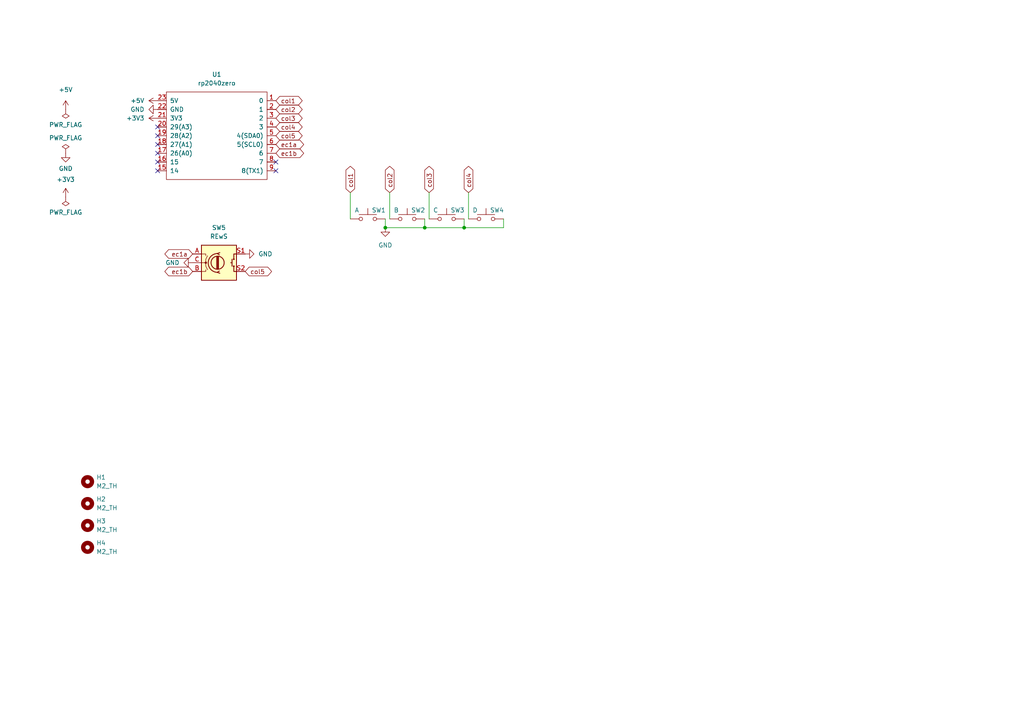
<source format=kicad_sch>
(kicad_sch (version 20230121) (generator eeschema)

  (uuid 3f47b4ba-1d86-4351-9afa-6c7686bc5104)

  (paper "A4")

  (title_block
    (title "Numatray")
    (date "2024-11-14")
    (rev "1.0.0")
  )

  (lib_symbols
    (symbol "Device:RotaryEncoder_Switch" (pin_names (offset 0.254) hide) (in_bom yes) (on_board yes)
      (property "Reference" "SW" (at 0 6.604 0)
        (effects (font (size 1.27 1.27)))
      )
      (property "Value" "RotaryEncoder_Switch" (at 0 -6.604 0)
        (effects (font (size 1.27 1.27)))
      )
      (property "Footprint" "" (at -3.81 4.064 0)
        (effects (font (size 1.27 1.27)) hide)
      )
      (property "Datasheet" "~" (at 0 6.604 0)
        (effects (font (size 1.27 1.27)) hide)
      )
      (property "ki_keywords" "rotary switch encoder switch push button" (at 0 0 0)
        (effects (font (size 1.27 1.27)) hide)
      )
      (property "ki_description" "Rotary encoder, dual channel, incremental quadrate outputs, with switch" (at 0 0 0)
        (effects (font (size 1.27 1.27)) hide)
      )
      (property "ki_fp_filters" "RotaryEncoder*Switch*" (at 0 0 0)
        (effects (font (size 1.27 1.27)) hide)
      )
      (symbol "RotaryEncoder_Switch_0_1"
        (rectangle (start -5.08 5.08) (end 5.08 -5.08)
          (stroke (width 0.254) (type default))
          (fill (type background))
        )
        (circle (center -3.81 0) (radius 0.254)
          (stroke (width 0) (type default))
          (fill (type outline))
        )
        (circle (center -0.381 0) (radius 1.905)
          (stroke (width 0.254) (type default))
          (fill (type none))
        )
        (arc (start -0.381 2.667) (mid -3.0988 -0.0635) (end -0.381 -2.794)
          (stroke (width 0.254) (type default))
          (fill (type none))
        )
        (polyline
          (pts
            (xy -0.635 -1.778)
            (xy -0.635 1.778)
          )
          (stroke (width 0.254) (type default))
          (fill (type none))
        )
        (polyline
          (pts
            (xy -0.381 -1.778)
            (xy -0.381 1.778)
          )
          (stroke (width 0.254) (type default))
          (fill (type none))
        )
        (polyline
          (pts
            (xy -0.127 1.778)
            (xy -0.127 -1.778)
          )
          (stroke (width 0.254) (type default))
          (fill (type none))
        )
        (polyline
          (pts
            (xy 3.81 0)
            (xy 3.429 0)
          )
          (stroke (width 0.254) (type default))
          (fill (type none))
        )
        (polyline
          (pts
            (xy 3.81 1.016)
            (xy 3.81 -1.016)
          )
          (stroke (width 0.254) (type default))
          (fill (type none))
        )
        (polyline
          (pts
            (xy -5.08 -2.54)
            (xy -3.81 -2.54)
            (xy -3.81 -2.032)
          )
          (stroke (width 0) (type default))
          (fill (type none))
        )
        (polyline
          (pts
            (xy -5.08 2.54)
            (xy -3.81 2.54)
            (xy -3.81 2.032)
          )
          (stroke (width 0) (type default))
          (fill (type none))
        )
        (polyline
          (pts
            (xy 0.254 -3.048)
            (xy -0.508 -2.794)
            (xy 0.127 -2.413)
          )
          (stroke (width 0.254) (type default))
          (fill (type none))
        )
        (polyline
          (pts
            (xy 0.254 2.921)
            (xy -0.508 2.667)
            (xy 0.127 2.286)
          )
          (stroke (width 0.254) (type default))
          (fill (type none))
        )
        (polyline
          (pts
            (xy 5.08 -2.54)
            (xy 4.318 -2.54)
            (xy 4.318 -1.016)
          )
          (stroke (width 0.254) (type default))
          (fill (type none))
        )
        (polyline
          (pts
            (xy 5.08 2.54)
            (xy 4.318 2.54)
            (xy 4.318 1.016)
          )
          (stroke (width 0.254) (type default))
          (fill (type none))
        )
        (polyline
          (pts
            (xy -5.08 0)
            (xy -3.81 0)
            (xy -3.81 -1.016)
            (xy -3.302 -2.032)
          )
          (stroke (width 0) (type default))
          (fill (type none))
        )
        (polyline
          (pts
            (xy -4.318 0)
            (xy -3.81 0)
            (xy -3.81 1.016)
            (xy -3.302 2.032)
          )
          (stroke (width 0) (type default))
          (fill (type none))
        )
        (circle (center 4.318 -1.016) (radius 0.127)
          (stroke (width 0.254) (type default))
          (fill (type none))
        )
        (circle (center 4.318 1.016) (radius 0.127)
          (stroke (width 0.254) (type default))
          (fill (type none))
        )
      )
      (symbol "RotaryEncoder_Switch_1_1"
        (pin passive line (at -7.62 2.54 0) (length 2.54)
          (name "A" (effects (font (size 1.27 1.27))))
          (number "A" (effects (font (size 1.27 1.27))))
        )
        (pin passive line (at -7.62 -2.54 0) (length 2.54)
          (name "B" (effects (font (size 1.27 1.27))))
          (number "B" (effects (font (size 1.27 1.27))))
        )
        (pin passive line (at -7.62 0 0) (length 2.54)
          (name "C" (effects (font (size 1.27 1.27))))
          (number "C" (effects (font (size 1.27 1.27))))
        )
        (pin passive line (at 7.62 2.54 180) (length 2.54)
          (name "S1" (effects (font (size 1.27 1.27))))
          (number "S1" (effects (font (size 1.27 1.27))))
        )
        (pin passive line (at 7.62 -2.54 180) (length 2.54)
          (name "S2" (effects (font (size 1.27 1.27))))
          (number "S2" (effects (font (size 1.27 1.27))))
        )
      )
    )
    (symbol "Marksard_Audio:rp2040zero_compact" (pin_names (offset 1.016)) (in_bom yes) (on_board yes)
      (property "Reference" "U?" (at 7.0994 -16.51 0)
        (effects (font (size 1.27 1.27)) (justify left))
      )
      (property "Value" "rp2040zero_compact" (at 7.0994 -19.05 0)
        (effects (font (size 1.27 1.27)) (justify left))
      )
      (property "Footprint" "" (at -8.89 5.08 0)
        (effects (font (size 1.27 1.27)) hide)
      )
      (property "Datasheet" "" (at -8.89 5.08 0)
        (effects (font (size 1.27 1.27)) hide)
      )
      (symbol "rp2040zero_compact_0_1"
        (rectangle (start -15.24 11.43) (end 13.97 -13.97)
          (stroke (width 0) (type default))
          (fill (type none))
        )
      )
      (symbol "rp2040zero_compact_1_1"
        (pin bidirectional line (at 16.51 8.89 180) (length 2.54)
          (name "0" (effects (font (size 1.27 1.27))))
          (number "1" (effects (font (size 1.27 1.27))))
        )
        (pin bidirectional line (at -17.78 -11.43 0) (length 2.54)
          (name "14" (effects (font (size 1.27 1.27))))
          (number "15" (effects (font (size 1.27 1.27))))
        )
        (pin bidirectional line (at -17.78 -8.89 0) (length 2.54)
          (name "15" (effects (font (size 1.27 1.27))))
          (number "16" (effects (font (size 1.27 1.27))))
        )
        (pin bidirectional line (at -17.78 -6.35 0) (length 2.54)
          (name "26(A0)" (effects (font (size 1.27 1.27))))
          (number "17" (effects (font (size 1.27 1.27))))
        )
        (pin bidirectional line (at -17.78 -3.81 0) (length 2.54)
          (name "27(A1)" (effects (font (size 1.27 1.27))))
          (number "18" (effects (font (size 1.27 1.27))))
        )
        (pin bidirectional line (at -17.78 -1.27 0) (length 2.54)
          (name "28(A2)" (effects (font (size 1.27 1.27))))
          (number "19" (effects (font (size 1.27 1.27))))
        )
        (pin bidirectional line (at 16.51 6.35 180) (length 2.54)
          (name "1" (effects (font (size 1.27 1.27))))
          (number "2" (effects (font (size 1.27 1.27))))
        )
        (pin bidirectional line (at -17.78 1.27 0) (length 2.54)
          (name "29(A3)" (effects (font (size 1.27 1.27))))
          (number "20" (effects (font (size 1.27 1.27))))
        )
        (pin power_in line (at -17.78 3.81 0) (length 2.54)
          (name "3V3" (effects (font (size 1.27 1.27))))
          (number "21" (effects (font (size 1.27 1.27))))
        )
        (pin power_in line (at -17.78 6.35 0) (length 2.54)
          (name "GND" (effects (font (size 1.27 1.27))))
          (number "22" (effects (font (size 1.27 1.27))))
        )
        (pin power_in line (at -17.78 8.89 0) (length 2.54)
          (name "5V" (effects (font (size 1.27 1.27))))
          (number "23" (effects (font (size 1.27 1.27))))
        )
        (pin bidirectional line (at 16.51 3.81 180) (length 2.54)
          (name "2" (effects (font (size 1.27 1.27))))
          (number "3" (effects (font (size 1.27 1.27))))
        )
        (pin bidirectional line (at 16.51 1.27 180) (length 2.54)
          (name "3" (effects (font (size 1.27 1.27))))
          (number "4" (effects (font (size 1.27 1.27))))
        )
        (pin bidirectional line (at 16.51 -1.27 180) (length 2.54)
          (name "4(SDA0)" (effects (font (size 1.27 1.27))))
          (number "5" (effects (font (size 1.27 1.27))))
        )
        (pin bidirectional line (at 16.51 -3.81 180) (length 2.54)
          (name "5(SCL0)" (effects (font (size 1.27 1.27))))
          (number "6" (effects (font (size 1.27 1.27))))
        )
        (pin bidirectional line (at 16.51 -6.35 180) (length 2.54)
          (name "6" (effects (font (size 1.27 1.27))))
          (number "7" (effects (font (size 1.27 1.27))))
        )
        (pin bidirectional line (at 16.51 -8.89 180) (length 2.54)
          (name "7" (effects (font (size 1.27 1.27))))
          (number "8" (effects (font (size 1.27 1.27))))
        )
        (pin bidirectional line (at 16.51 -11.43 180) (length 2.54)
          (name "8(TX1)" (effects (font (size 1.27 1.27))))
          (number "9" (effects (font (size 1.27 1.27))))
        )
      )
    )
    (symbol "Mechanical:MountingHole" (pin_names (offset 1.016)) (in_bom yes) (on_board yes)
      (property "Reference" "H" (at 0 5.08 0)
        (effects (font (size 1.27 1.27)))
      )
      (property "Value" "MountingHole" (at 0 3.175 0)
        (effects (font (size 1.27 1.27)))
      )
      (property "Footprint" "" (at 0 0 0)
        (effects (font (size 1.27 1.27)) hide)
      )
      (property "Datasheet" "~" (at 0 0 0)
        (effects (font (size 1.27 1.27)) hide)
      )
      (property "ki_keywords" "mounting hole" (at 0 0 0)
        (effects (font (size 1.27 1.27)) hide)
      )
      (property "ki_description" "Mounting Hole without connection" (at 0 0 0)
        (effects (font (size 1.27 1.27)) hide)
      )
      (property "ki_fp_filters" "MountingHole*" (at 0 0 0)
        (effects (font (size 1.27 1.27)) hide)
      )
      (symbol "MountingHole_0_1"
        (circle (center 0 0) (radius 1.27)
          (stroke (width 1.27) (type default))
          (fill (type none))
        )
      )
    )
    (symbol "Switch:SW_Push" (pin_numbers hide) (pin_names (offset 1.016) hide) (in_bom yes) (on_board yes)
      (property "Reference" "SW" (at 1.27 2.54 0)
        (effects (font (size 1.27 1.27)) (justify left))
      )
      (property "Value" "SW_Push" (at 0 -1.524 0)
        (effects (font (size 1.27 1.27)))
      )
      (property "Footprint" "" (at 0 5.08 0)
        (effects (font (size 1.27 1.27)) hide)
      )
      (property "Datasheet" "~" (at 0 5.08 0)
        (effects (font (size 1.27 1.27)) hide)
      )
      (property "ki_keywords" "switch normally-open pushbutton push-button" (at 0 0 0)
        (effects (font (size 1.27 1.27)) hide)
      )
      (property "ki_description" "Push button switch, generic, two pins" (at 0 0 0)
        (effects (font (size 1.27 1.27)) hide)
      )
      (symbol "SW_Push_0_1"
        (circle (center -2.032 0) (radius 0.508)
          (stroke (width 0) (type default))
          (fill (type none))
        )
        (polyline
          (pts
            (xy 0 1.27)
            (xy 0 3.048)
          )
          (stroke (width 0) (type default))
          (fill (type none))
        )
        (polyline
          (pts
            (xy 2.54 1.27)
            (xy -2.54 1.27)
          )
          (stroke (width 0) (type default))
          (fill (type none))
        )
        (circle (center 2.032 0) (radius 0.508)
          (stroke (width 0) (type default))
          (fill (type none))
        )
        (pin passive line (at -5.08 0 0) (length 2.54)
          (name "1" (effects (font (size 1.27 1.27))))
          (number "1" (effects (font (size 1.27 1.27))))
        )
        (pin passive line (at 5.08 0 180) (length 2.54)
          (name "2" (effects (font (size 1.27 1.27))))
          (number "2" (effects (font (size 1.27 1.27))))
        )
      )
    )
    (symbol "power:+3V3" (power) (pin_names (offset 0)) (in_bom yes) (on_board yes)
      (property "Reference" "#PWR" (at 0 -3.81 0)
        (effects (font (size 1.27 1.27)) hide)
      )
      (property "Value" "+3V3" (at 0 3.556 0)
        (effects (font (size 1.27 1.27)))
      )
      (property "Footprint" "" (at 0 0 0)
        (effects (font (size 1.27 1.27)) hide)
      )
      (property "Datasheet" "" (at 0 0 0)
        (effects (font (size 1.27 1.27)) hide)
      )
      (property "ki_keywords" "global power" (at 0 0 0)
        (effects (font (size 1.27 1.27)) hide)
      )
      (property "ki_description" "Power symbol creates a global label with name \"+3V3\"" (at 0 0 0)
        (effects (font (size 1.27 1.27)) hide)
      )
      (symbol "+3V3_0_1"
        (polyline
          (pts
            (xy -0.762 1.27)
            (xy 0 2.54)
          )
          (stroke (width 0) (type default))
          (fill (type none))
        )
        (polyline
          (pts
            (xy 0 0)
            (xy 0 2.54)
          )
          (stroke (width 0) (type default))
          (fill (type none))
        )
        (polyline
          (pts
            (xy 0 2.54)
            (xy 0.762 1.27)
          )
          (stroke (width 0) (type default))
          (fill (type none))
        )
      )
      (symbol "+3V3_1_1"
        (pin power_in line (at 0 0 90) (length 0) hide
          (name "+3V3" (effects (font (size 1.27 1.27))))
          (number "1" (effects (font (size 1.27 1.27))))
        )
      )
    )
    (symbol "power:+5V" (power) (pin_names (offset 0)) (in_bom yes) (on_board yes)
      (property "Reference" "#PWR" (at 0 -3.81 0)
        (effects (font (size 1.27 1.27)) hide)
      )
      (property "Value" "+5V" (at 0 3.556 0)
        (effects (font (size 1.27 1.27)))
      )
      (property "Footprint" "" (at 0 0 0)
        (effects (font (size 1.27 1.27)) hide)
      )
      (property "Datasheet" "" (at 0 0 0)
        (effects (font (size 1.27 1.27)) hide)
      )
      (property "ki_keywords" "global power" (at 0 0 0)
        (effects (font (size 1.27 1.27)) hide)
      )
      (property "ki_description" "Power symbol creates a global label with name \"+5V\"" (at 0 0 0)
        (effects (font (size 1.27 1.27)) hide)
      )
      (symbol "+5V_0_1"
        (polyline
          (pts
            (xy -0.762 1.27)
            (xy 0 2.54)
          )
          (stroke (width 0) (type default))
          (fill (type none))
        )
        (polyline
          (pts
            (xy 0 0)
            (xy 0 2.54)
          )
          (stroke (width 0) (type default))
          (fill (type none))
        )
        (polyline
          (pts
            (xy 0 2.54)
            (xy 0.762 1.27)
          )
          (stroke (width 0) (type default))
          (fill (type none))
        )
      )
      (symbol "+5V_1_1"
        (pin power_in line (at 0 0 90) (length 0) hide
          (name "+5V" (effects (font (size 1.27 1.27))))
          (number "1" (effects (font (size 1.27 1.27))))
        )
      )
    )
    (symbol "power:GND" (power) (pin_names (offset 0)) (in_bom yes) (on_board yes)
      (property "Reference" "#PWR" (at 0 -6.35 0)
        (effects (font (size 1.27 1.27)) hide)
      )
      (property "Value" "GND" (at 0 -3.81 0)
        (effects (font (size 1.27 1.27)))
      )
      (property "Footprint" "" (at 0 0 0)
        (effects (font (size 1.27 1.27)) hide)
      )
      (property "Datasheet" "" (at 0 0 0)
        (effects (font (size 1.27 1.27)) hide)
      )
      (property "ki_keywords" "global power" (at 0 0 0)
        (effects (font (size 1.27 1.27)) hide)
      )
      (property "ki_description" "Power symbol creates a global label with name \"GND\" , ground" (at 0 0 0)
        (effects (font (size 1.27 1.27)) hide)
      )
      (symbol "GND_0_1"
        (polyline
          (pts
            (xy 0 0)
            (xy 0 -1.27)
            (xy 1.27 -1.27)
            (xy 0 -2.54)
            (xy -1.27 -1.27)
            (xy 0 -1.27)
          )
          (stroke (width 0) (type default))
          (fill (type none))
        )
      )
      (symbol "GND_1_1"
        (pin power_in line (at 0 0 270) (length 0) hide
          (name "GND" (effects (font (size 1.27 1.27))))
          (number "1" (effects (font (size 1.27 1.27))))
        )
      )
    )
    (symbol "power:PWR_FLAG" (power) (pin_numbers hide) (pin_names (offset 0) hide) (in_bom yes) (on_board yes)
      (property "Reference" "#FLG" (at 0 1.905 0)
        (effects (font (size 1.27 1.27)) hide)
      )
      (property "Value" "PWR_FLAG" (at 0 3.81 0)
        (effects (font (size 1.27 1.27)))
      )
      (property "Footprint" "" (at 0 0 0)
        (effects (font (size 1.27 1.27)) hide)
      )
      (property "Datasheet" "~" (at 0 0 0)
        (effects (font (size 1.27 1.27)) hide)
      )
      (property "ki_keywords" "flag power" (at 0 0 0)
        (effects (font (size 1.27 1.27)) hide)
      )
      (property "ki_description" "Special symbol for telling ERC where power comes from" (at 0 0 0)
        (effects (font (size 1.27 1.27)) hide)
      )
      (symbol "PWR_FLAG_0_0"
        (pin power_out line (at 0 0 90) (length 0)
          (name "pwr" (effects (font (size 1.27 1.27))))
          (number "1" (effects (font (size 1.27 1.27))))
        )
      )
      (symbol "PWR_FLAG_0_1"
        (polyline
          (pts
            (xy 0 0)
            (xy 0 1.27)
            (xy -1.016 1.905)
            (xy 0 2.54)
            (xy 1.016 1.905)
            (xy 0 1.27)
          )
          (stroke (width 0) (type default))
          (fill (type none))
        )
      )
    )
  )

  (junction (at 134.62 66.04) (diameter 0) (color 0 0 0 0)
    (uuid 5bee3ba2-480a-4fe7-9377-05e1ae508de1)
  )
  (junction (at 123.19 66.04) (diameter 0) (color 0 0 0 0)
    (uuid a3b41390-dac5-47fd-93f6-1440178b8e09)
  )
  (junction (at 111.76 66.04) (diameter 0) (color 0 0 0 0)
    (uuid c994b44c-66f0-4c54-9d95-63d6ef2dd36d)
  )

  (no_connect (at 45.72 46.99) (uuid 086f9c91-f0c1-4f12-a4db-156fd9ea39c4))
  (no_connect (at 80.01 49.53) (uuid 1c8cc335-6dc6-40a5-b4ed-ca082b2e8d97))
  (no_connect (at 80.01 46.99) (uuid 30668137-0b90-4741-95e4-fa4a9602195a))
  (no_connect (at 45.72 49.53) (uuid 35468fd8-dbc2-4d59-9298-d2e4a809a603))
  (no_connect (at 45.72 36.83) (uuid 7194bdb4-6496-43e5-a0e7-629780e15427))
  (no_connect (at 45.72 39.37) (uuid 8fd6b2c3-fcff-49d1-8b36-24e5d30d31c8))
  (no_connect (at 45.72 44.45) (uuid 9ae4a90b-b66f-4a7e-b707-1c06ebe1d91c))
  (no_connect (at 45.72 41.91) (uuid cbeac423-736b-456f-872f-534a36186360))

  (wire (pts (xy 135.89 55.88) (xy 135.89 63.5))
    (stroke (width 0) (type default))
    (uuid 0dea7795-de30-4b05-be0a-d38cd0c9d8ee)
  )
  (wire (pts (xy 113.03 55.88) (xy 113.03 63.5))
    (stroke (width 0) (type default))
    (uuid 12c6acf7-812e-4597-a5cb-5a77278164e4)
  )
  (wire (pts (xy 111.76 66.04) (xy 123.19 66.04))
    (stroke (width 0) (type default))
    (uuid 2d1e1aaa-d42d-4d7c-bdbf-734bc90899b2)
  )
  (wire (pts (xy 134.62 63.5) (xy 134.62 66.04))
    (stroke (width 0) (type default))
    (uuid a23ec00e-c2cc-48b5-86aa-af4069edc22c)
  )
  (wire (pts (xy 111.76 63.5) (xy 111.76 66.04))
    (stroke (width 0) (type default))
    (uuid aee9f7d8-4b0f-4040-83cb-9ce5d197105a)
  )
  (wire (pts (xy 123.19 63.5) (xy 123.19 66.04))
    (stroke (width 0) (type default))
    (uuid b084b352-55b2-4d98-be1f-5013c1be5f50)
  )
  (wire (pts (xy 146.05 63.5) (xy 146.05 66.04))
    (stroke (width 0) (type default))
    (uuid ba217fcf-9e8f-4099-a571-a3c0132f9c17)
  )
  (wire (pts (xy 101.6 55.88) (xy 101.6 63.5))
    (stroke (width 0) (type default))
    (uuid cbd78b7e-9bfc-4665-b5d9-96cd8b10e113)
  )
  (wire (pts (xy 124.46 55.88) (xy 124.46 63.5))
    (stroke (width 0) (type default))
    (uuid e7f4d2de-e645-4d82-9797-f556f1391746)
  )
  (wire (pts (xy 123.19 66.04) (xy 134.62 66.04))
    (stroke (width 0) (type default))
    (uuid e8cdd225-d267-4b5b-9fa0-bd7a062c69e3)
  )
  (wire (pts (xy 134.62 66.04) (xy 146.05 66.04))
    (stroke (width 0) (type default))
    (uuid f1679463-e9c0-4681-96b1-dec3cf7d619d)
  )

  (global_label "col2" (shape bidirectional) (at 113.03 55.88 90) (fields_autoplaced)
    (effects (font (size 1.27 1.27)) (justify left))
    (uuid 040efaba-aae0-424a-9c61-6d3c5b7ad0ba)
    (property "Intersheetrefs" "${INTERSHEET_REFS}" (at 113.03 47.6712 90)
      (effects (font (size 1.27 1.27)) (justify left) hide)
    )
  )
  (global_label "col3" (shape bidirectional) (at 80.01 34.29 0) (fields_autoplaced)
    (effects (font (size 1.27 1.27)) (justify left))
    (uuid 0bd5e95e-aeaa-4609-b0f7-94f9ff12ad2a)
    (property "Intersheetrefs" "${INTERSHEET_REFS}" (at 88.2188 34.29 0)
      (effects (font (size 1.27 1.27)) (justify left) hide)
    )
  )
  (global_label "ec1b" (shape bidirectional) (at 80.01 44.45 0) (fields_autoplaced)
    (effects (font (size 1.27 1.27)) (justify left))
    (uuid 1249a705-864f-433b-b55a-f8e971527761)
    (property "Intersheetrefs" "${INTERSHEET_REFS}" (at 88.6422 44.45 0)
      (effects (font (size 1.27 1.27)) (justify left) hide)
    )
  )
  (global_label "col4" (shape bidirectional) (at 135.89 55.88 90) (fields_autoplaced)
    (effects (font (size 1.27 1.27)) (justify left))
    (uuid 12ee4029-1480-44e8-b625-8949aa349398)
    (property "Intersheetrefs" "${INTERSHEET_REFS}" (at 135.89 47.6712 90)
      (effects (font (size 1.27 1.27)) (justify left) hide)
    )
  )
  (global_label "col1" (shape bidirectional) (at 101.6 55.88 90) (fields_autoplaced)
    (effects (font (size 1.27 1.27)) (justify left))
    (uuid 36c416b4-d431-4e4c-802d-7eac274d43a9)
    (property "Intersheetrefs" "${INTERSHEET_REFS}" (at 101.6 47.6712 90)
      (effects (font (size 1.27 1.27)) (justify left) hide)
    )
  )
  (global_label "col3" (shape bidirectional) (at 124.46 55.88 90) (fields_autoplaced)
    (effects (font (size 1.27 1.27)) (justify left))
    (uuid 42f061ec-6712-40cc-9ba3-89d31eb772c5)
    (property "Intersheetrefs" "${INTERSHEET_REFS}" (at 124.46 47.6712 90)
      (effects (font (size 1.27 1.27)) (justify left) hide)
    )
  )
  (global_label "col5" (shape bidirectional) (at 80.01 39.37 0) (fields_autoplaced)
    (effects (font (size 1.27 1.27)) (justify left))
    (uuid 4cb16ebe-eaca-47ea-8c75-a11d6e14b874)
    (property "Intersheetrefs" "${INTERSHEET_REFS}" (at 88.2188 39.37 0)
      (effects (font (size 1.27 1.27)) (justify left) hide)
    )
  )
  (global_label "ec1a" (shape bidirectional) (at 80.01 41.91 0) (fields_autoplaced)
    (effects (font (size 1.27 1.27)) (justify left))
    (uuid 57cc5227-8f54-484a-ac99-48e866a3ab24)
    (property "Intersheetrefs" "${INTERSHEET_REFS}" (at 88.6422 41.91 0)
      (effects (font (size 1.27 1.27)) (justify left) hide)
    )
  )
  (global_label "col4" (shape bidirectional) (at 80.01 36.83 0) (fields_autoplaced)
    (effects (font (size 1.27 1.27)) (justify left))
    (uuid 5a0ffcdf-3383-4809-98a4-c2b387d70187)
    (property "Intersheetrefs" "${INTERSHEET_REFS}" (at 88.2188 36.83 0)
      (effects (font (size 1.27 1.27)) (justify left) hide)
    )
  )
  (global_label "ec1b" (shape bidirectional) (at 55.88 78.74 180) (fields_autoplaced)
    (effects (font (size 1.27 1.27)) (justify right))
    (uuid 5c88e601-f12f-4d7f-a6fc-f19bb424f35a)
    (property "Intersheetrefs" "${INTERSHEET_REFS}" (at 47.2478 78.74 0)
      (effects (font (size 1.27 1.27)) (justify right) hide)
    )
  )
  (global_label "col5" (shape bidirectional) (at 71.12 78.74 0) (fields_autoplaced)
    (effects (font (size 1.27 1.27)) (justify left))
    (uuid 83394106-0ddb-473e-a900-c0cf9aa1ee32)
    (property "Intersheetrefs" "${INTERSHEET_REFS}" (at 79.3288 78.74 0)
      (effects (font (size 1.27 1.27)) (justify left) hide)
    )
  )
  (global_label "col1" (shape bidirectional) (at 80.01 29.21 0) (fields_autoplaced)
    (effects (font (size 1.27 1.27)) (justify left))
    (uuid d666dc74-d4e0-497c-8e11-29760bd0815d)
    (property "Intersheetrefs" "${INTERSHEET_REFS}" (at 88.2188 29.21 0)
      (effects (font (size 1.27 1.27)) (justify left) hide)
    )
  )
  (global_label "col2" (shape bidirectional) (at 80.01 31.75 0) (fields_autoplaced)
    (effects (font (size 1.27 1.27)) (justify left))
    (uuid db7c79e1-d802-4b9f-9f26-9e0e0590ac8f)
    (property "Intersheetrefs" "${INTERSHEET_REFS}" (at 88.2188 31.75 0)
      (effects (font (size 1.27 1.27)) (justify left) hide)
    )
  )
  (global_label "ec1a" (shape bidirectional) (at 55.88 73.66 180) (fields_autoplaced)
    (effects (font (size 1.27 1.27)) (justify right))
    (uuid f328cf5b-f08b-45e7-81d1-a1548bc01e86)
    (property "Intersheetrefs" "${INTERSHEET_REFS}" (at 47.2478 73.66 0)
      (effects (font (size 1.27 1.27)) (justify right) hide)
    )
  )

  (symbol (lib_id "power:+3V3") (at 45.72 34.29 90) (unit 1)
    (in_bom yes) (on_board yes) (dnp no) (fields_autoplaced)
    (uuid 053c1964-478f-402e-b2df-26aebaf3c543)
    (property "Reference" "#PWR0108" (at 49.53 34.29 0)
      (effects (font (size 1.27 1.27)) hide)
    )
    (property "Value" "+3V3" (at 41.91 34.29 90)
      (effects (font (size 1.27 1.27)) (justify left))
    )
    (property "Footprint" "" (at 45.72 34.29 0)
      (effects (font (size 1.27 1.27)) hide)
    )
    (property "Datasheet" "" (at 45.72 34.29 0)
      (effects (font (size 1.27 1.27)) hide)
    )
    (pin "1" (uuid 9f7ffa94-98de-4313-9a90-0631e1cb6f7d))
    (instances
      (project "Numatray"
        (path "/3f47b4ba-1d86-4351-9afa-6c7686bc5104"
          (reference "#PWR0108") (unit 1)
        )
      )
    )
  )

  (symbol (lib_id "Switch:SW_Push") (at 129.54 63.5 0) (unit 1)
    (in_bom yes) (on_board yes) (dnp no)
    (uuid 0be49ab8-2a59-4eb6-a7e4-7f4d68cfb861)
    (property "Reference" "SW3" (at 132.715 60.96 0)
      (effects (font (size 1.27 1.27)))
    )
    (property "Value" "C" (at 126.365 60.96 0)
      (effects (font (size 1.27 1.27)))
    )
    (property "Footprint" "ai03.MX_Solderable:MX-Solderable-1U" (at 129.54 58.42 0)
      (effects (font (size 1.27 1.27)) hide)
    )
    (property "Datasheet" "~" (at 129.54 58.42 0)
      (effects (font (size 1.27 1.27)) hide)
    )
    (property "LCSC" "C5156480" (at 132.715 60.96 0)
      (effects (font (size 1.27 1.27)) hide)
    )
    (pin "1" (uuid 7187de3c-7f12-4249-823b-6eb9bc74b1cb))
    (pin "2" (uuid 6203d04f-02b5-418a-a940-da311e64a16f))
    (instances
      (project "Numatray"
        (path "/3f47b4ba-1d86-4351-9afa-6c7686bc5104"
          (reference "SW3") (unit 1)
        )
      )
    )
  )

  (symbol (lib_id "Mechanical:MountingHole") (at 25.4 152.4 0) (unit 1)
    (in_bom yes) (on_board yes) (dnp no) (fields_autoplaced)
    (uuid 1709f4f4-c905-4e9c-bf31-dedafa7f711c)
    (property "Reference" "H3" (at 27.94 151.13 0)
      (effects (font (size 1.27 1.27)) (justify left))
    )
    (property "Value" "M2_TH" (at 27.94 153.67 0)
      (effects (font (size 1.27 1.27)) (justify left))
    )
    (property "Footprint" "Marksard_Audio:M2_THT_Hole" (at 25.4 152.4 0)
      (effects (font (size 1.27 1.27)) hide)
    )
    (property "Datasheet" "~" (at 25.4 152.4 0)
      (effects (font (size 1.27 1.27)) hide)
    )
    (instances
      (project "Numatray"
        (path "/3f47b4ba-1d86-4351-9afa-6c7686bc5104"
          (reference "H3") (unit 1)
        )
      )
    )
  )

  (symbol (lib_id "Switch:SW_Push") (at 118.11 63.5 0) (unit 1)
    (in_bom yes) (on_board yes) (dnp no)
    (uuid 50026bb3-f301-4587-b4fa-b697701dd206)
    (property "Reference" "SW2" (at 121.285 60.96 0)
      (effects (font (size 1.27 1.27)))
    )
    (property "Value" "B" (at 114.935 60.96 0)
      (effects (font (size 1.27 1.27)))
    )
    (property "Footprint" "ai03.MX_Solderable:MX-Solderable-1U" (at 118.11 58.42 0)
      (effects (font (size 1.27 1.27)) hide)
    )
    (property "Datasheet" "~" (at 118.11 58.42 0)
      (effects (font (size 1.27 1.27)) hide)
    )
    (property "LCSC" "C5156480" (at 121.285 60.96 0)
      (effects (font (size 1.27 1.27)) hide)
    )
    (pin "1" (uuid 7819bc1a-eae4-470f-a361-27257011f9d2))
    (pin "2" (uuid ee369b28-8140-42b1-b024-fea8f166f7a5))
    (instances
      (project "Numatray"
        (path "/3f47b4ba-1d86-4351-9afa-6c7686bc5104"
          (reference "SW2") (unit 1)
        )
      )
    )
  )

  (symbol (lib_id "Mechanical:MountingHole") (at 25.4 139.7 0) (unit 1)
    (in_bom yes) (on_board yes) (dnp no) (fields_autoplaced)
    (uuid 58e00257-022b-422a-a9fb-2a008a1b5fb2)
    (property "Reference" "H1" (at 27.94 138.43 0)
      (effects (font (size 1.27 1.27)) (justify left))
    )
    (property "Value" "M2_TH" (at 27.94 140.97 0)
      (effects (font (size 1.27 1.27)) (justify left))
    )
    (property "Footprint" "Marksard_Audio:M2_THT_Hole" (at 25.4 139.7 0)
      (effects (font (size 1.27 1.27)) hide)
    )
    (property "Datasheet" "~" (at 25.4 139.7 0)
      (effects (font (size 1.27 1.27)) hide)
    )
    (instances
      (project "Numatray"
        (path "/3f47b4ba-1d86-4351-9afa-6c7686bc5104"
          (reference "H1") (unit 1)
        )
      )
    )
  )

  (symbol (lib_id "Mechanical:MountingHole") (at 25.4 146.05 0) (unit 1)
    (in_bom yes) (on_board yes) (dnp no) (fields_autoplaced)
    (uuid 5d0c915e-ecb6-4fa0-a990-ddadb26afceb)
    (property "Reference" "H2" (at 27.94 144.78 0)
      (effects (font (size 1.27 1.27)) (justify left))
    )
    (property "Value" "M2_TH" (at 27.94 147.32 0)
      (effects (font (size 1.27 1.27)) (justify left))
    )
    (property "Footprint" "Marksard_Audio:M2_THT_Hole" (at 25.4 146.05 0)
      (effects (font (size 1.27 1.27)) hide)
    )
    (property "Datasheet" "~" (at 25.4 146.05 0)
      (effects (font (size 1.27 1.27)) hide)
    )
    (instances
      (project "Numatray"
        (path "/3f47b4ba-1d86-4351-9afa-6c7686bc5104"
          (reference "H2") (unit 1)
        )
      )
    )
  )

  (symbol (lib_id "Mechanical:MountingHole") (at 25.4 158.75 0) (unit 1)
    (in_bom yes) (on_board yes) (dnp no) (fields_autoplaced)
    (uuid 5f69fd60-e7f8-4b7c-83d9-c0c8be1699cd)
    (property "Reference" "H4" (at 27.94 157.48 0)
      (effects (font (size 1.27 1.27)) (justify left))
    )
    (property "Value" "M2_TH" (at 27.94 160.02 0)
      (effects (font (size 1.27 1.27)) (justify left))
    )
    (property "Footprint" "Marksard_Audio:M2_THT_Hole" (at 25.4 158.75 0)
      (effects (font (size 1.27 1.27)) hide)
    )
    (property "Datasheet" "~" (at 25.4 158.75 0)
      (effects (font (size 1.27 1.27)) hide)
    )
    (instances
      (project "Numatray"
        (path "/3f47b4ba-1d86-4351-9afa-6c7686bc5104"
          (reference "H4") (unit 1)
        )
      )
    )
  )

  (symbol (lib_id "power:GND") (at 71.12 73.66 90) (unit 1)
    (in_bom yes) (on_board yes) (dnp no) (fields_autoplaced)
    (uuid 67394ae6-74df-4522-b652-2d806619749f)
    (property "Reference" "#PWR0102" (at 77.47 73.66 0)
      (effects (font (size 1.27 1.27)) hide)
    )
    (property "Value" "GND" (at 74.93 73.66 90)
      (effects (font (size 1.27 1.27)) (justify right))
    )
    (property "Footprint" "" (at 71.12 73.66 0)
      (effects (font (size 1.27 1.27)) hide)
    )
    (property "Datasheet" "" (at 71.12 73.66 0)
      (effects (font (size 1.27 1.27)) hide)
    )
    (pin "1" (uuid 31b6cecb-f0ec-4dce-a4df-79d9ce7cf83d))
    (instances
      (project "Numatray"
        (path "/3f47b4ba-1d86-4351-9afa-6c7686bc5104"
          (reference "#PWR0102") (unit 1)
        )
      )
    )
  )

  (symbol (lib_id "power:GND") (at 45.72 31.75 270) (unit 1)
    (in_bom yes) (on_board yes) (dnp no) (fields_autoplaced)
    (uuid 711f3028-c302-41e6-8825-20bbb77dedd0)
    (property "Reference" "#PWR0109" (at 39.37 31.75 0)
      (effects (font (size 1.27 1.27)) hide)
    )
    (property "Value" "GND" (at 41.91 31.75 90)
      (effects (font (size 1.27 1.27)) (justify right))
    )
    (property "Footprint" "" (at 45.72 31.75 0)
      (effects (font (size 1.27 1.27)) hide)
    )
    (property "Datasheet" "" (at 45.72 31.75 0)
      (effects (font (size 1.27 1.27)) hide)
    )
    (pin "1" (uuid c0df7754-8a94-4c9e-b16f-8585c4718b88))
    (instances
      (project "Numatray"
        (path "/3f47b4ba-1d86-4351-9afa-6c7686bc5104"
          (reference "#PWR0109") (unit 1)
        )
      )
    )
  )

  (symbol (lib_id "power:GND") (at 111.76 66.04 0) (unit 1)
    (in_bom yes) (on_board yes) (dnp no) (fields_autoplaced)
    (uuid 7ca440f9-63a9-4541-a95f-a21fe21c4b78)
    (property "Reference" "#PWR0101" (at 111.76 72.39 0)
      (effects (font (size 1.27 1.27)) hide)
    )
    (property "Value" "GND" (at 111.76 71.12 0)
      (effects (font (size 1.27 1.27)))
    )
    (property "Footprint" "" (at 111.76 66.04 0)
      (effects (font (size 1.27 1.27)) hide)
    )
    (property "Datasheet" "" (at 111.76 66.04 0)
      (effects (font (size 1.27 1.27)) hide)
    )
    (pin "1" (uuid 03e8cd3e-6499-4946-af90-581624c3e93b))
    (instances
      (project "Numatray"
        (path "/3f47b4ba-1d86-4351-9afa-6c7686bc5104"
          (reference "#PWR0101") (unit 1)
        )
      )
    )
  )

  (symbol (lib_id "power:GND") (at 19.05 44.45 0) (unit 1)
    (in_bom yes) (on_board yes) (dnp no) (fields_autoplaced)
    (uuid 7dbc5d5a-7ddd-4fde-b4b3-e3729be5dfbf)
    (property "Reference" "#PWR0104" (at 19.05 50.8 0)
      (effects (font (size 1.27 1.27)) hide)
    )
    (property "Value" "GND" (at 19.05 48.895 0)
      (effects (font (size 1.27 1.27)))
    )
    (property "Footprint" "" (at 19.05 44.45 0)
      (effects (font (size 1.27 1.27)) hide)
    )
    (property "Datasheet" "" (at 19.05 44.45 0)
      (effects (font (size 1.27 1.27)) hide)
    )
    (pin "1" (uuid 8eabaaef-109b-4288-922b-7d940e21bff3))
    (instances
      (project "Numatray"
        (path "/3f47b4ba-1d86-4351-9afa-6c7686bc5104"
          (reference "#PWR0104") (unit 1)
        )
      )
    )
  )

  (symbol (lib_id "power:+5V") (at 19.05 31.75 0) (unit 1)
    (in_bom yes) (on_board yes) (dnp no) (fields_autoplaced)
    (uuid 86050f20-59b3-4ed8-8138-2c92020bc0aa)
    (property "Reference" "#PWR0105" (at 19.05 35.56 0)
      (effects (font (size 1.27 1.27)) hide)
    )
    (property "Value" "+5V" (at 19.05 26.035 0)
      (effects (font (size 1.27 1.27)))
    )
    (property "Footprint" "" (at 19.05 31.75 0)
      (effects (font (size 1.27 1.27)) hide)
    )
    (property "Datasheet" "" (at 19.05 31.75 0)
      (effects (font (size 1.27 1.27)) hide)
    )
    (pin "1" (uuid 71faeec8-cb2b-42a5-8806-12e847d3ae69))
    (instances
      (project "Numatray"
        (path "/3f47b4ba-1d86-4351-9afa-6c7686bc5104"
          (reference "#PWR0105") (unit 1)
        )
      )
    )
  )

  (symbol (lib_id "power:PWR_FLAG") (at 19.05 44.45 0) (unit 1)
    (in_bom yes) (on_board yes) (dnp no)
    (uuid a11406f9-a529-4996-83f9-1bad716ac2fc)
    (property "Reference" "#FLG0101" (at 19.05 42.545 0)
      (effects (font (size 1.27 1.27)) hide)
    )
    (property "Value" "PWR_FLAG" (at 19.05 40.005 0)
      (effects (font (size 1.27 1.27)))
    )
    (property "Footprint" "" (at 19.05 44.45 0)
      (effects (font (size 1.27 1.27)) hide)
    )
    (property "Datasheet" "~" (at 19.05 44.45 0)
      (effects (font (size 1.27 1.27)) hide)
    )
    (pin "1" (uuid 5585d282-7d21-4bf4-a009-7c6a0b0df9d9))
    (instances
      (project "Numatray"
        (path "/3f47b4ba-1d86-4351-9afa-6c7686bc5104"
          (reference "#FLG0101") (unit 1)
        )
      )
    )
  )

  (symbol (lib_id "power:GND") (at 55.88 76.2 270) (unit 1)
    (in_bom yes) (on_board yes) (dnp no) (fields_autoplaced)
    (uuid a8e503ed-9784-45f1-ab4a-a23e28e2f70b)
    (property "Reference" "#PWR0103" (at 49.53 76.2 0)
      (effects (font (size 1.27 1.27)) hide)
    )
    (property "Value" "GND" (at 52.07 76.2 90)
      (effects (font (size 1.27 1.27)) (justify right))
    )
    (property "Footprint" "" (at 55.88 76.2 0)
      (effects (font (size 1.27 1.27)) hide)
    )
    (property "Datasheet" "" (at 55.88 76.2 0)
      (effects (font (size 1.27 1.27)) hide)
    )
    (pin "1" (uuid 387d78f6-9271-4ba4-985b-54a8f25b8e8c))
    (instances
      (project "Numatray"
        (path "/3f47b4ba-1d86-4351-9afa-6c7686bc5104"
          (reference "#PWR0103") (unit 1)
        )
      )
    )
  )

  (symbol (lib_id "Switch:SW_Push") (at 106.68 63.5 0) (unit 1)
    (in_bom yes) (on_board yes) (dnp no)
    (uuid afa7cacd-1b7f-4435-94a5-f3b033fc3dac)
    (property "Reference" "SW1" (at 109.855 60.96 0)
      (effects (font (size 1.27 1.27)))
    )
    (property "Value" "A" (at 103.505 60.96 0)
      (effects (font (size 1.27 1.27)))
    )
    (property "Footprint" "ai03.MX_Solderable:MX-Solderable-1U" (at 106.68 58.42 0)
      (effects (font (size 1.27 1.27)) hide)
    )
    (property "Datasheet" "~" (at 106.68 58.42 0)
      (effects (font (size 1.27 1.27)) hide)
    )
    (property "LCSC" "C5156480" (at 109.855 60.96 0)
      (effects (font (size 1.27 1.27)) hide)
    )
    (pin "1" (uuid 21676643-076c-47b9-a621-6e587522a6f1))
    (pin "2" (uuid f5c9f871-e792-4fe3-864c-0f33b202c29c))
    (instances
      (project "Numatray"
        (path "/3f47b4ba-1d86-4351-9afa-6c7686bc5104"
          (reference "SW1") (unit 1)
        )
      )
    )
  )

  (symbol (lib_id "Switch:SW_Push") (at 140.97 63.5 0) (unit 1)
    (in_bom yes) (on_board yes) (dnp no)
    (uuid bb2e6f23-978f-4ea5-8d5b-38e5e9b1d1c2)
    (property "Reference" "SW4" (at 144.145 60.96 0)
      (effects (font (size 1.27 1.27)))
    )
    (property "Value" "D" (at 137.795 60.96 0)
      (effects (font (size 1.27 1.27)))
    )
    (property "Footprint" "ai03.MX_Solderable:MX-Solderable-1U" (at 140.97 58.42 0)
      (effects (font (size 1.27 1.27)) hide)
    )
    (property "Datasheet" "~" (at 140.97 58.42 0)
      (effects (font (size 1.27 1.27)) hide)
    )
    (property "LCSC" "C5156480" (at 144.145 60.96 0)
      (effects (font (size 1.27 1.27)) hide)
    )
    (pin "1" (uuid 14c6e6f8-506d-453d-9e57-1b735ac9ce5a))
    (pin "2" (uuid c29ad883-0254-4f75-bb49-a3e6a32bb7a7))
    (instances
      (project "Numatray"
        (path "/3f47b4ba-1d86-4351-9afa-6c7686bc5104"
          (reference "SW4") (unit 1)
        )
      )
    )
  )

  (symbol (lib_id "power:PWR_FLAG") (at 19.05 57.15 180) (unit 1)
    (in_bom yes) (on_board yes) (dnp no) (fields_autoplaced)
    (uuid cddf9ed0-2eed-44b8-b561-2d118316353c)
    (property "Reference" "#FLG0102" (at 19.05 59.055 0)
      (effects (font (size 1.27 1.27)) hide)
    )
    (property "Value" "PWR_FLAG" (at 19.05 61.595 0)
      (effects (font (size 1.27 1.27)))
    )
    (property "Footprint" "" (at 19.05 57.15 0)
      (effects (font (size 1.27 1.27)) hide)
    )
    (property "Datasheet" "~" (at 19.05 57.15 0)
      (effects (font (size 1.27 1.27)) hide)
    )
    (pin "1" (uuid c586ec17-ed05-4ffc-8aee-6a8592cb6599))
    (instances
      (project "Numatray"
        (path "/3f47b4ba-1d86-4351-9afa-6c7686bc5104"
          (reference "#FLG0102") (unit 1)
        )
      )
    )
  )

  (symbol (lib_id "power:+3V3") (at 19.05 57.15 0) (unit 1)
    (in_bom yes) (on_board yes) (dnp no) (fields_autoplaced)
    (uuid d097249a-b0a7-457d-b9e2-eeb04d12e18a)
    (property "Reference" "#PWR0106" (at 19.05 60.96 0)
      (effects (font (size 1.27 1.27)) hide)
    )
    (property "Value" "+3V3" (at 19.05 52.07 0)
      (effects (font (size 1.27 1.27)))
    )
    (property "Footprint" "" (at 19.05 57.15 0)
      (effects (font (size 1.27 1.27)) hide)
    )
    (property "Datasheet" "" (at 19.05 57.15 0)
      (effects (font (size 1.27 1.27)) hide)
    )
    (pin "1" (uuid c9a20407-32b1-4fdc-b71c-b41f91e7777b))
    (instances
      (project "Numatray"
        (path "/3f47b4ba-1d86-4351-9afa-6c7686bc5104"
          (reference "#PWR0106") (unit 1)
        )
      )
    )
  )

  (symbol (lib_id "Device:RotaryEncoder_Switch") (at 63.5 76.2 0) (unit 1)
    (in_bom yes) (on_board yes) (dnp no) (fields_autoplaced)
    (uuid d18dd0c7-87ab-4132-ab66-6512cc7ff1f8)
    (property "Reference" "SW5" (at 63.5 66.04 0)
      (effects (font (size 1.27 1.27)))
    )
    (property "Value" "REwS" (at 63.5 68.58 0)
      (effects (font (size 1.27 1.27)))
    )
    (property "Footprint" "Marksard_Keyboard:RotaryEncoder_EC12E-Switch_Vertical" (at 59.69 72.136 0)
      (effects (font (size 1.27 1.27)) hide)
    )
    (property "Datasheet" "~" (at 63.5 69.596 0)
      (effects (font (size 1.27 1.27)) hide)
    )
    (pin "A" (uuid 6da387f5-e22f-482f-9da8-f06e6594fd46))
    (pin "B" (uuid 6602bd8a-89d5-4e4f-a088-f9020c523c8b))
    (pin "C" (uuid c6a31736-80d6-4ae5-8116-924a9804cf40))
    (pin "S1" (uuid ee2f1bb0-ebf7-4ab5-81b8-2bd4c9a0fc5a))
    (pin "S2" (uuid 6f239447-d478-4dbf-aa34-43acb991e5c6))
    (instances
      (project "Numatray"
        (path "/3f47b4ba-1d86-4351-9afa-6c7686bc5104"
          (reference "SW5") (unit 1)
        )
      )
    )
  )

  (symbol (lib_id "power:+5V") (at 45.72 29.21 90) (unit 1)
    (in_bom yes) (on_board yes) (dnp no) (fields_autoplaced)
    (uuid e38c0076-495b-44a4-94c4-79b09b2d24f3)
    (property "Reference" "#PWR0107" (at 49.53 29.21 0)
      (effects (font (size 1.27 1.27)) hide)
    )
    (property "Value" "+5V" (at 41.91 29.21 90)
      (effects (font (size 1.27 1.27)) (justify left))
    )
    (property "Footprint" "" (at 45.72 29.21 0)
      (effects (font (size 1.27 1.27)) hide)
    )
    (property "Datasheet" "" (at 45.72 29.21 0)
      (effects (font (size 1.27 1.27)) hide)
    )
    (pin "1" (uuid ccd99655-f134-43ce-8d25-7f7aafbaf250))
    (instances
      (project "Numatray"
        (path "/3f47b4ba-1d86-4351-9afa-6c7686bc5104"
          (reference "#PWR0107") (unit 1)
        )
      )
    )
  )

  (symbol (lib_id "Marksard_Audio:rp2040zero_compact") (at 63.5 38.1 0) (unit 1)
    (in_bom yes) (on_board yes) (dnp no) (fields_autoplaced)
    (uuid ed87d791-dc74-4324-8b10-633edb41c9de)
    (property "Reference" "U1" (at 62.865 21.59 0)
      (effects (font (size 1.27 1.27)))
    )
    (property "Value" "rp2040zero" (at 62.865 24.13 0)
      (effects (font (size 1.27 1.27)))
    )
    (property "Footprint" "Marksard_Audio:rp2040zero_compact" (at 54.61 33.02 0)
      (effects (font (size 1.27 1.27)) hide)
    )
    (property "Datasheet" "" (at 54.61 33.02 0)
      (effects (font (size 1.27 1.27)) hide)
    )
    (pin "1" (uuid a3365570-9904-40c7-9682-732a28073091))
    (pin "15" (uuid a6b400c4-14be-40ee-8c0c-99b35215ca72))
    (pin "16" (uuid 151c68f7-a9d4-4730-91b0-c5b364c69d63))
    (pin "17" (uuid 9bb1f614-e07e-4226-92e7-a45083750477))
    (pin "18" (uuid b035a343-adea-4c8b-9f59-e56bf42c22ba))
    (pin "19" (uuid 258e1dc8-f8e5-4551-b39d-6ba7eb7cda67))
    (pin "2" (uuid 5ac4af4a-8077-4e5d-b954-2f192b434842))
    (pin "20" (uuid 5b97f213-261a-4b4c-97f3-4b713c3ab65e))
    (pin "21" (uuid a4365ead-bdbb-4c0a-b742-e1dc9db96e6e))
    (pin "22" (uuid bb0bfa9b-9be8-4174-bc41-162d5670cf94))
    (pin "23" (uuid fbfc45b6-68ae-48d9-b1c9-59de8c125335))
    (pin "3" (uuid c0102830-e1a8-4706-afa4-9f77de92d7ad))
    (pin "4" (uuid 88a28769-eef1-4f45-b4ba-adef343ad9f3))
    (pin "5" (uuid 1786b1c7-416f-465a-a59b-d3ce288dd427))
    (pin "6" (uuid bc107526-a02b-44c0-a2e8-1f06f4a56cd5))
    (pin "7" (uuid e39e9733-27b5-46fb-a58c-f291e42baaa8))
    (pin "8" (uuid 35beb9dc-2fad-4d8c-b03a-f30890de586a))
    (pin "9" (uuid b1690450-189d-4a2d-8c41-87b62b0d0625))
    (instances
      (project "Numatray"
        (path "/3f47b4ba-1d86-4351-9afa-6c7686bc5104"
          (reference "U1") (unit 1)
        )
      )
    )
  )

  (symbol (lib_id "power:PWR_FLAG") (at 19.05 31.75 180) (unit 1)
    (in_bom yes) (on_board yes) (dnp no) (fields_autoplaced)
    (uuid f1f9f924-8f58-4861-ab9c-0321134d6ee5)
    (property "Reference" "#FLG0103" (at 19.05 33.655 0)
      (effects (font (size 1.27 1.27)) hide)
    )
    (property "Value" "PWR_FLAG" (at 19.05 36.195 0)
      (effects (font (size 1.27 1.27)))
    )
    (property "Footprint" "" (at 19.05 31.75 0)
      (effects (font (size 1.27 1.27)) hide)
    )
    (property "Datasheet" "~" (at 19.05 31.75 0)
      (effects (font (size 1.27 1.27)) hide)
    )
    (pin "1" (uuid 3e825ad9-a5ad-414e-8eb3-864dcbdf6111))
    (instances
      (project "Numatray"
        (path "/3f47b4ba-1d86-4351-9afa-6c7686bc5104"
          (reference "#FLG0103") (unit 1)
        )
      )
    )
  )

  (sheet_instances
    (path "/" (page "1"))
  )
)

</source>
